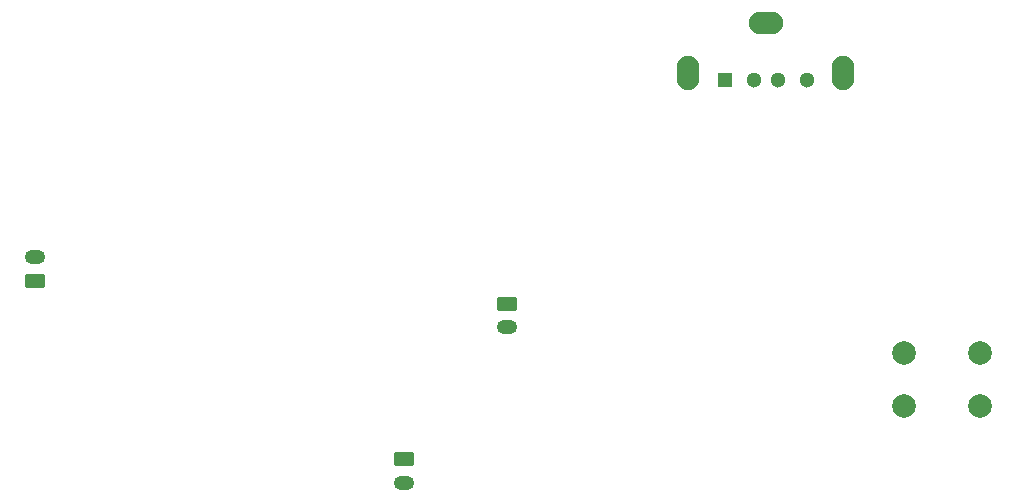
<source format=gbr>
%TF.GenerationSoftware,KiCad,Pcbnew,8.0.8*%
%TF.CreationDate,2025-03-11T03:54:01-05:00*%
%TF.ProjectId,finalproject,66696e61-6c70-4726-9f6a-6563742e6b69,rev?*%
%TF.SameCoordinates,Original*%
%TF.FileFunction,Soldermask,Bot*%
%TF.FilePolarity,Negative*%
%FSLAX46Y46*%
G04 Gerber Fmt 4.6, Leading zero omitted, Abs format (unit mm)*
G04 Created by KiCad (PCBNEW 8.0.8) date 2025-03-11 03:54:01*
%MOMM*%
%LPD*%
G01*
G04 APERTURE LIST*
G04 Aperture macros list*
%AMRoundRect*
0 Rectangle with rounded corners*
0 $1 Rounding radius*
0 $2 $3 $4 $5 $6 $7 $8 $9 X,Y pos of 4 corners*
0 Add a 4 corners polygon primitive as box body*
4,1,4,$2,$3,$4,$5,$6,$7,$8,$9,$2,$3,0*
0 Add four circle primitives for the rounded corners*
1,1,$1+$1,$2,$3*
1,1,$1+$1,$4,$5*
1,1,$1+$1,$6,$7*
1,1,$1+$1,$8,$9*
0 Add four rect primitives between the rounded corners*
20,1,$1+$1,$2,$3,$4,$5,0*
20,1,$1+$1,$4,$5,$6,$7,0*
20,1,$1+$1,$6,$7,$8,$9,0*
20,1,$1+$1,$8,$9,$2,$3,0*%
G04 Aperture macros list end*
%ADD10RoundRect,0.250000X0.625000X-0.350000X0.625000X0.350000X-0.625000X0.350000X-0.625000X-0.350000X0*%
%ADD11O,1.750000X1.200000*%
%ADD12O,1.900000X2.900000*%
%ADD13O,2.900000X1.900000*%
%ADD14C,1.300000*%
%ADD15R,1.300000X1.300000*%
%ADD16RoundRect,0.250000X-0.625000X0.350000X-0.625000X-0.350000X0.625000X-0.350000X0.625000X0.350000X0*%
%ADD17C,2.000000*%
G04 APERTURE END LIST*
D10*
%TO.C,GSR_IN1*%
X109728000Y-93980000D03*
D11*
X109728000Y-91980000D03*
%TD*%
D12*
%TO.C,USB1*%
X178218000Y-76362000D03*
D13*
X171648000Y-72182000D03*
D12*
X165078000Y-76362000D03*
D14*
X175148000Y-76962000D03*
X172648000Y-76962000D03*
X170648000Y-76962000D03*
D15*
X168148000Y-76962000D03*
%TD*%
D16*
%TO.C,SIG1*%
X149733000Y-95917000D03*
D11*
X149733000Y-97917000D03*
%TD*%
D16*
%TO.C,HEARTOUT1*%
X141012000Y-109109000D03*
D11*
X141012000Y-111109000D03*
%TD*%
D17*
%TO.C,SW1*%
X189813000Y-104612000D03*
X183313000Y-104612000D03*
X189813000Y-100112000D03*
X183313000Y-100112000D03*
%TD*%
M02*

</source>
